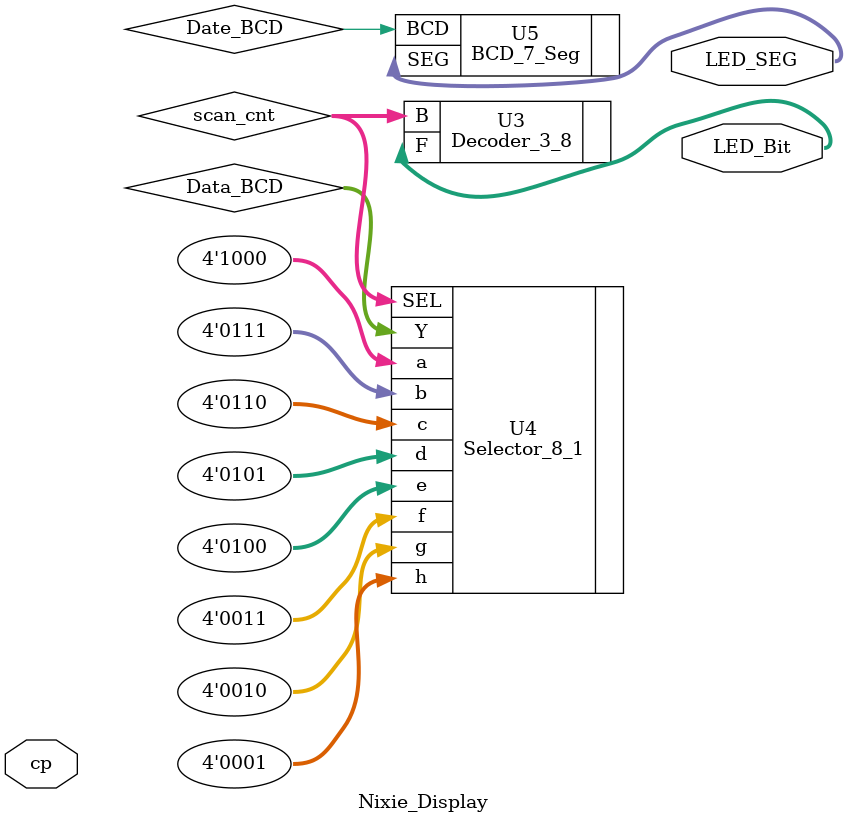
<source format=v>
module Nixie_Display (cp,LED_Bit,LED_SEG);

input cp;
output [7:0]LED_Bit;  // 位选
output [7:0]LED_SEG;  // 段选
wire clk_400Hz;
wire [2:0]scan_cnt;
wire [3:0]Data_BCD;

Divider U1(.clk(cp),.fout(clk_400HZ));
count_8 U2(.clk(clk_400HZ),.Q(Scan_cnt));
Decoder_3_8 U3(.B(scan_cnt),.F(LED_Bit));
Selector_8_1 U4(.SEL(scan_cnt),.a(4'b1000),.b(4'b0111),.c(4'b0110),.d(4'b0101),.e(4'b0100),.f(4'b0011),.g(4'b0010),.h(4'b0001),.Y(Data_BCD));

BCD_7_Seg U5(.BCD(Date_BCD),.SEG(LED_SEG));

endmodule 
</source>
